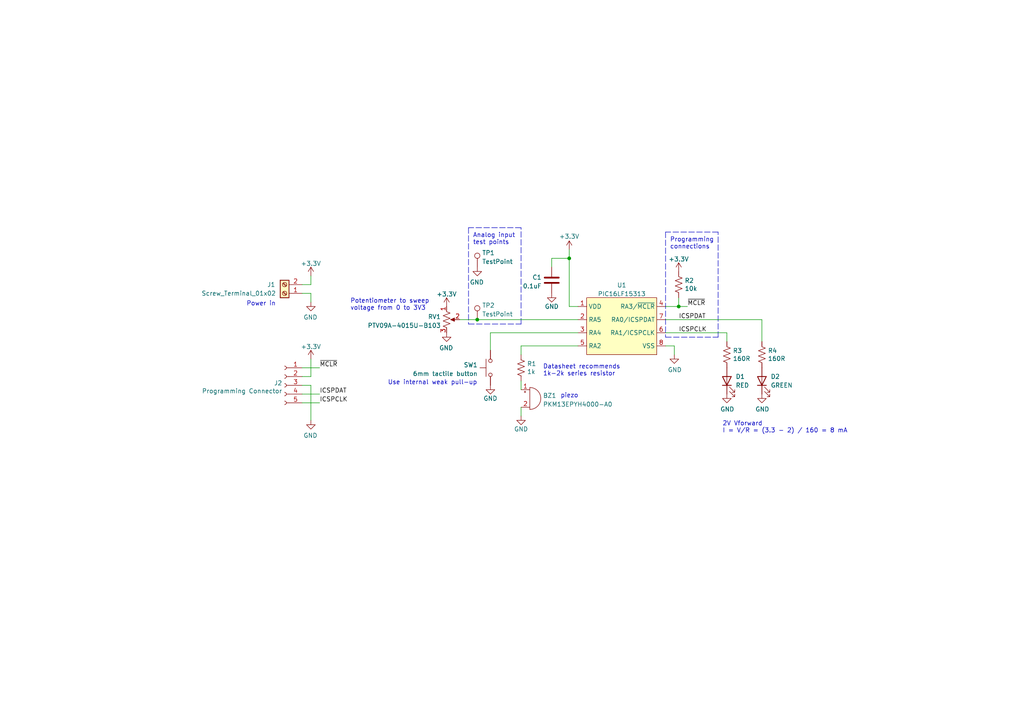
<source format=kicad_sch>
(kicad_sch (version 20211123) (generator eeschema)
  (paper "A4")
  (lib_symbols
    (symbol "Connector:Conn_01x05_Female" (pin_names (offset 1.016) hide)
      (property "Reference" "J" (at 0 7.62 0))
      (property "Value" "Conn_01x05_Female" (at 0 -7.62 0))
      (symbol "Conn_01x05_Female_1_1"
        (arc (start 0 -4.572) (mid -0.508 -5.08) (end 0 -5.588) (stroke (width 0.1524)))
        (arc (start 0 -2.032) (mid -0.508 -2.54) (end 0 -3.048) (stroke (width 0.1524)))
        (polyline (pts (xy -1.27 -5.08) (xy -0.508 -5.08)) (stroke (width 0.1524)))
        (polyline (pts (xy -1.27 -2.54) (xy -0.508 -2.54)) (stroke (width 0.1524)))
        (polyline (pts (xy -1.27 0) (xy -0.508 0)) (stroke (width 0.1524)))
        (polyline (pts (xy -1.27 2.54) (xy -0.508 2.54)) (stroke (width 0.1524)))
        (polyline (pts (xy -1.27 5.08) (xy -0.508 5.08)) (stroke (width 0.1524)))
        (arc (start 0 0.508) (mid -0.508 0) (end 0 -0.508) (stroke (width 0.1524)))
        (arc (start 0 3.048) (mid -0.508 2.54) (end 0 2.032) (stroke (width 0.1524)))
        (arc (start 0 5.588) (mid -0.508 5.08) (end 0 4.572) (stroke (width 0.1524)))
        (pin passive line (at -5.08 5.08 0) (length 3.81) (name "Pin_1") (number "1"))
        (pin passive line (at -5.08 2.54 0) (length 3.81) (name "Pin_2") (number "2"))
        (pin passive line (at -5.08 0 0) (length 3.81) (name "Pin_3") (number "3"))
        (pin passive line (at -5.08 -2.54 0) (length 3.81) (name "Pin_4") (number "4"))
        (pin passive line (at -5.08 -5.08 0) (length 3.81) (name "Pin_5") (number "5"))
      )
    )
    (symbol "Connector:Screw_Terminal_01x02" (pin_names (offset 1.016) hide)
      (property "Reference" "J" (at 0 2.54 0))
      (property "Value" "Screw_Terminal_01x02" (at 0 -5.08 0))
      (symbol "Screw_Terminal_01x02_1_1"
        (rectangle (start -1.27 1.27) (end 1.27 -3.81) (stroke (width 0.254)) (fill (type background)))
        (circle (center 0 -2.54) (radius 0.635) (stroke (width 0.1524)))
        (polyline (pts (xy -0.5334 -2.2098) (xy 0.3302 -3.048)) (stroke (width 0.1524)))
        (polyline (pts (xy -0.5334 0.3302) (xy 0.3302 -0.508)) (stroke (width 0.1524)))
        (polyline (pts (xy -0.3556 -2.032) (xy 0.508 -2.8702)) (stroke (width 0.1524)))
        (polyline (pts (xy -0.3556 0.508) (xy 0.508 -0.3302)) (stroke (width 0.1524)))
        (circle (center 0 0) (radius 0.635) (stroke (width 0.1524)))
        (pin passive line (at -5.08 0 0) (length 3.81) (name "Pin_1") (number "1"))
        (pin passive line (at -5.08 -2.54 0) (length 3.81) (name "Pin_2") (number "2"))
      )
    )
    (symbol "Connector:TestPoint" (pin_numbers hide) (pin_names (offset 0.762) hide)
      (property "Reference" "TP" (at 0 6.858 0))
      (property "Value" "TestPoint" (at 0 5.08 0))
      (symbol "TestPoint_0_1"
        (circle (center 0 3.302) (radius 0.762))
      )
      (symbol "TestPoint_1_1"
        (pin passive line (at 0 0 90) (length 2.54) (name "1") (number "1"))
      )
    )
    (symbol "Device:Buzzer" (pin_names (offset 0.0254) hide)
      (property "Reference" "BZ" (at 3.81 1.27 0))
      (property "Value" "Buzzer" (at 3.81 -1.27 0))
      (symbol "Buzzer_0_1"
        (arc (start 0 -3.175) (mid 3.175 0) (end 0 3.175))
        (polyline (pts (xy -1.651 1.905) (xy -1.143 1.905)))
        (polyline (pts (xy -1.397 2.159) (xy -1.397 1.651)))
        (polyline (pts (xy 0 3.175) (xy 0 -3.175)))
      )
      (symbol "Buzzer_1_1"
        (pin passive line (at -2.54 2.54 0) (length 2.54) (name "-") (number "1"))
        (pin passive line (at -2.54 -2.54 0) (length 2.54) (name "+") (number "2"))
      )
    )
    (symbol "Device:C" (pin_numbers hide) (pin_names (offset 0.254))
      (property "Reference" "C" (at 0.635 2.54 0))
      (property "Value" "C" (at 0.635 -2.54 0))
      (symbol "C_0_1"
        (polyline (pts (xy -2.032 -0.762) (xy 2.032 -0.762)) (stroke (width 0.508)))
        (polyline (pts (xy -2.032 0.762) (xy 2.032 0.762)) (stroke (width 0.508)))
      )
      (symbol "C_1_1"
        (pin passive line (at 0 3.81 270) (length 2.794) (name "~") (number "1"))
        (pin passive line (at 0 -3.81 90) (length 2.794) (name "~") (number "2"))
      )
    )
    (symbol "Device:LED" (pin_numbers hide) (pin_names (offset 1.016) hide)
      (property "Reference" "D" (at 0 2.54 0))
      (property "Value" "LED" (at 0 -2.54 0))
      (symbol "LED_0_1"
        (polyline (pts (xy -1.27 -1.27) (xy -1.27 1.27)) (stroke (width 0.254)))
        (polyline (pts (xy -1.27 0) (xy 1.27 0)))
        (polyline (pts (xy 1.27 -1.27) (xy 1.27 1.27) (xy -1.27 0) (xy 1.27 -1.27)) (stroke (width 0.254)))
        (polyline (pts (xy -3.048 -0.762) (xy -4.572 -2.286) (xy -3.81 -2.286) (xy -4.572 -2.286) (xy -4.572 -1.524)))
        (polyline (pts (xy -1.778 -0.762) (xy -3.302 -2.286) (xy -2.54 -2.286) (xy -3.302 -2.286) (xy -3.302 -1.524)))
      )
      (symbol "LED_1_1"
        (pin passive line (at -3.81 0 0) (length 2.54) (name "K") (number "1"))
        (pin passive line (at 3.81 0 180) (length 2.54) (name "A") (number "2"))
      )
    )
    (symbol "Device:R_Potentiometer_US" (pin_names (offset 1.016) hide)
      (property "Reference" "RV" (at -4.445 0 90))
      (property "Value" "R_Potentiometer_US" (at -2.54 0 90))
      (symbol "R_Potentiometer_US_0_1"
        (polyline (pts (xy 0 -2.286) (xy 0 -2.54)))
        (polyline (pts (xy 0 2.54) (xy 0 2.286)))
        (polyline (pts (xy 2.54 0) (xy 1.524 0)))
        (polyline (pts (xy 1.143 0) (xy 2.286 0.508) (xy 2.286 -0.508) (xy 1.143 0)) (fill (type outline)))
        (polyline (pts (xy 0 -0.762) (xy 1.016 -1.143) (xy 0 -1.524) (xy -1.016 -1.905) (xy 0 -2.286)))
        (polyline (pts (xy 0 0.762) (xy 1.016 0.381) (xy 0 0) (xy -1.016 -0.381) (xy 0 -0.762)))
        (polyline (pts (xy 0 2.286) (xy 1.016 1.905) (xy 0 1.524) (xy -1.016 1.143) (xy 0 0.762)))
      )
      (symbol "R_Potentiometer_US_1_1"
        (pin passive line (at 0 3.81 270) (length 1.27) (name "1") (number "1"))
        (pin passive line (at 3.81 0 180) (length 1.27) (name "2") (number "2"))
        (pin passive line (at 0 -3.81 90) (length 1.27) (name "3") (number "3"))
      )
    )
    (symbol "Device:R_US" (pin_numbers hide) (pin_names (offset 0))
      (property "Reference" "R" (at 2.54 0 90))
      (property "Value" "R_US" (at -2.54 0 90))
      (symbol "R_US_0_1"
        (polyline (pts (xy 0 -2.286) (xy 0 -2.54)))
        (polyline (pts (xy 0 2.286) (xy 0 2.54)))
        (polyline (pts (xy 0 -0.762) (xy 1.016 -1.143) (xy 0 -1.524) (xy -1.016 -1.905) (xy 0 -2.286)))
        (polyline (pts (xy 0 0.762) (xy 1.016 0.381) (xy 0 0) (xy -1.016 -0.381) (xy 0 -0.762)))
        (polyline (pts (xy 0 2.286) (xy 1.016 1.905) (xy 0 1.524) (xy -1.016 1.143) (xy 0 0.762)))
      )
      (symbol "R_US_1_1"
        (pin passive line (at 0 3.81 270) (length 1.27) (name "~") (number "1"))
        (pin passive line (at 0 -3.81 90) (length 1.27) (name "~") (number "2"))
      )
    )
    (symbol "Switch:SW_Push" (pin_numbers hide) (pin_names (offset 1.016) hide)
      (property "Reference" "SW" (at 1.27 2.54 0))
      (property "Value" "SW_Push" (at 0 -1.524 0))
      (symbol "SW_Push_0_1"
        (circle (center -2.032 0) (radius 0.508))
        (polyline (pts (xy 0 1.27) (xy 0 3.048)))
        (polyline (pts (xy 2.54 1.27) (xy -2.54 1.27)))
        (circle (center 2.032 0) (radius 0.508))
        (pin passive line (at -5.08 0 0) (length 2.54) (name "1") (number "1"))
        (pin passive line (at 5.08 0 180) (length 2.54) (name "2") (number "2"))
      )
    )
    (symbol "Tutorial Symbols:PIC16LF15313"
      (property "Reference" "U" (at 0 12.7 0))
      (property "Value" "PIC16LF15313" (at 0 10.16 0))
      (symbol "PIC16LF15313_0_1"
        (rectangle (start -10.16 8.89) (end 10.16 -7.62) (stroke (width 0.1524)) (fill (type background)))
      )
      (symbol "PIC16LF15313_1_1"
        (pin power_in line (at -12.7 6.35 0) (length 2.54) (name "VDD") (number "1"))
        (pin tri_state line (at -12.7 2.54 0) (length 2.54) (name "RA5") (number "2"))
        (pin tri_state line (at -12.7 -1.27 0) (length 2.54) (name "RA4") (number "3"))
        (pin tri_state line (at 12.7 6.35 180) (length 2.54) (name "RA3/~{MCLR}") (number "4"))
        (pin tri_state line (at -12.7 -5.08 0) (length 2.54) (name "RA2") (number "5"))
        (pin tri_state line (at 12.7 -1.27 180) (length 2.54) (name "RA1/ICSPCLK") (number "6"))
        (pin tri_state line (at 12.7 2.54 180) (length 2.54) (name "RA0/ICSPDAT") (number "7"))
        (pin power_in line (at 12.7 -5.08 180) (length 2.54) (name "VSS") (number "8"))
      )
    )
    (symbol "power:+3.3V" (power) (pin_names (offset 0))
      (property "Value" "+3.3V" (at 0 3.556 0))
      (symbol "+3.3V_0_1"
        (polyline (pts (xy -0.762 1.27) (xy 0 2.54)))
        (polyline (pts (xy 0 0) (xy 0 2.54)))
        (polyline (pts (xy 0 2.54) (xy 0.762 1.27)))
      )
      (symbol "+3.3V_1_1"
        (pin power_in line (at 0 0 90) (length 0) hide (name "+3.3V") (number "1"))
      )
    )
    (symbol "power:GND" (power) (pin_names (offset 0))
      (property "Value" "GND" (at 0 -3.81 0))
      (symbol "GND_0_1"
        (polyline (pts (xy 0 0) (xy 0 -1.27) (xy 1.27 -1.27) (xy 0 -2.54) (xy -1.27 -1.27) (xy 0 -1.27)))
      )
      (symbol "GND_1_1"
        (pin power_in line (at 0 0 270) (length 0) hide (name "GND") (number "1"))
      )
    )
  )
  (junction (at 196.85 88.9))
  (junction (at 138.43 92.71))
  (junction (at 165.1 74.93))
  (polyline (pts (xy 151.13 66.04) (xy 135.89 66.04)))
  (wire (pts (xy 87.63 111.76) (xy 90.17 111.76)))
  (wire (pts (xy 210.82 96.52) (xy 210.82 99.06)))
  (wire (pts (xy 87.63 114.3) (xy 92.71 114.3)))
  (wire (pts (xy 193.04 92.71) (xy 220.98 92.71)))
  (wire (pts (xy 167.64 88.9) (xy 165.1 88.9)))
  (wire (pts (xy 220.98 92.71) (xy 220.98 99.06)))
  (wire (pts (xy 195.58 100.33) (xy 195.58 102.87)))
  (wire (pts (xy 90.17 82.55) (xy 90.17 80.01)))
  (wire (pts (xy 160.02 74.93) (xy 165.1 74.93)))
  (wire (pts (xy 165.1 72.39) (xy 165.1 74.93)))
  (wire (pts (xy 133.35 92.71) (xy 138.43 92.71)))
  (polyline (pts (xy 208.28 97.79) (xy 208.28 67.31)))
  (wire (pts (xy 196.85 88.9) (xy 199.39 88.9)))
  (polyline (pts (xy 151.13 93.98) (xy 151.13 66.04)))
  (wire (pts (xy 87.63 106.68) (xy 92.71 106.68)))
  (wire (pts (xy 160.02 74.93) (xy 160.02 77.47)))
  (wire (pts (xy 90.17 111.76) (xy 90.17 121.92)))
  (wire (pts (xy 151.13 110.49) (xy 151.13 113.03)))
  (wire (pts (xy 151.13 100.33) (xy 151.13 102.87)))
  (wire (pts (xy 87.63 82.55) (xy 90.17 82.55)))
  (wire (pts (xy 87.63 109.22) (xy 90.17 109.22)))
  (wire (pts (xy 196.85 86.36) (xy 196.85 88.9)))
  (wire (pts (xy 87.63 116.84) (xy 92.71 116.84)))
  (wire (pts (xy 87.63 85.09) (xy 90.17 85.09)))
  (wire (pts (xy 90.17 85.09) (xy 90.17 87.63)))
  (wire (pts (xy 142.24 101.6) (xy 142.24 96.52)))
  (wire (pts (xy 142.24 96.52) (xy 167.64 96.52)))
  (wire (pts (xy 193.04 88.9) (xy 196.85 88.9)))
  (polyline (pts (xy 208.28 67.31) (xy 193.04 67.31)))
  (wire (pts (xy 138.43 92.71) (xy 167.64 92.71)))
  (wire (pts (xy 193.04 100.33) (xy 195.58 100.33)))
  (wire (pts (xy 193.04 96.52) (xy 210.82 96.52)))
  (polyline (pts (xy 193.04 67.31) (xy 193.04 97.79)))
  (polyline (pts (xy 135.89 93.98) (xy 151.13 93.98)))
  (polyline (pts (xy 193.04 97.79) (xy 208.28 97.79)))
  (wire (pts (xy 90.17 109.22) (xy 90.17 104.14)))
  (wire (pts (xy 151.13 120.65) (xy 151.13 118.11)))
  (wire (pts (xy 165.1 74.93) (xy 165.1 88.9)))
  (polyline (pts (xy 135.89 66.04) (xy 135.89 93.98)))
  (wire (pts (xy 167.64 100.33) (xy 151.13 100.33)))
  (text "Power in" (at 80.01 88.9 180) (effects (font (size 1.27 1.27)) (justify right bottom)))
  (text "Programming\nconnections" (at 194.31 72.39 0) (effects (font (size 1.27 1.27)) (justify left bottom)))
  (text "2V Vforward\nI = V/R = (3.3 - 2) / 160 = 8 mA" (at 209.55 125.73 0) (effects (font (size 1.27 1.27)) (justify left bottom)))
  (text "Potentiometer to sweep\nvoltage from 0 to 3V3" (at 101.6 90.17 0) (effects (font (size 1.27 1.27)) (justify left bottom)))
  (text "piezo" (at 162.56 115.57 0) (effects (font (size 1.27 1.27)) (justify left bottom)))
  (text "Datasheet recommends\n1k-2k series resistor" (at 157.48 109.22 0) (effects (font (size 1.27 1.27)) (justify left bottom)))
  (text "Use internal weak pull-up" (at 138.43 111.76 180) (effects (font (size 1.27 1.27)) (justify right bottom)))
  (text "Analog input\ntest points" (at 137.16 71.12 0) (effects (font (size 1.27 1.27)) (justify left bottom)))
  (label "~{MCLR}" (at 199.39 88.9 0))
  (label "~{MCLR}" (at 92.71 106.68 0))
  (label "ICSPDAT" (at 92.71 114.3 0))
  (label "ICSPDAT" (at 196.85 92.71 0))
  (label "ICSPCLK" (at 92.71 116.84 0))
  (label "ICSPCLK" (at 196.85 96.52 0))
  (symbol (lib_id "Device:R_US") (at 210.82 102.87 0) (unit 1)
    (property "Reference" "R3" (at 212.5472 101.7016 0) (effects (justify left)))
    (property "Value" "160R" (at 212.5472 104.013 0) (effects (justify left)))
    (property "Footprint" "Resistor_SMD:R_0805_2012Metric_Pad1.20x1.40mm_HandSolder" (effects hide))
  )
  (symbol (lib_id "power:GND") (at 210.82 114.3 0) (unit 1)
    (property "Reference" "#PWR014" (effects hide))
    (property "Value" "GND" (at 210.947 118.6942 0))
  )
  (symbol (lib_id "power:+3.3V") (at 196.85 78.74 0) (unit 1)
    (property "Reference" "#PWR013" (effects hide))
    (property "Value" "+3.3V" (at 196.85 75.1642 0))
  )
  (symbol (lib_id "Switch:SW_Push") (at 142.24 106.68 90) (mirror x) (unit 1)
    (property "Reference" "SW1" (at 138.557 105.8453 90) (effects (justify left)))
    (property "Value" "6mm tactile button" (at 138.557 108.3822 90) (effects (justify left)))
    (property "Footprint" "Button_Switch_THT:SW_PUSH_6mm" (effects hide))
  )
  (symbol (lib_id "Connector:TestPoint") (at 138.43 92.71 0) (unit 1)
    (property "Reference" "TP2" (at 139.827 88.5733 0) (effects (justify left)))
    (property "Value" "TestPoint" (at 139.827 91.1102 0) (effects (justify left)))
    (property "Footprint" "TestPoint:TestPoint_THTPad_2.0x2.0mm_Drill1.0mm" (effects hide))
  )
  (symbol (lib_id "Device:R_US") (at 220.98 102.87 0) (unit 1)
    (property "Reference" "R4" (at 222.7072 101.7016 0) (effects (justify left)))
    (property "Value" "160R" (at 222.7072 104.013 0) (effects (justify left)))
    (property "Footprint" "Resistor_SMD:R_0805_2012Metric_Pad1.20x1.40mm_HandSolder" (effects hide))
  )
  (symbol (lib_id "power:GND") (at 129.54 96.52 0) (mirror y) (unit 1)
    (property "Reference" "#PWR06" (effects hide))
    (property "Value" "GND" (at 129.413 100.9142 0))
  )
  (symbol (lib_id "Device:C") (at 160.02 81.28 0) (mirror x) (unit 1)
    (property "Reference" "C1" (at 157.099 80.4453 0) (effects (justify right)))
    (property "Value" "0.1uF" (at 157.099 82.9822 0) (effects (justify right)))
    (property "Footprint" "Capacitor_SMD:C_0805_2012Metric_Pad1.18x1.45mm_HandSolder" (effects hide))
  )
  (symbol (lib_id "Device:R_US") (at 196.85 82.55 0) (unit 1)
    (property "Reference" "R2" (at 198.5772 81.3816 0) (effects (justify left)))
    (property "Value" "10k" (at 198.5772 83.693 0) (effects (justify left)))
    (property "Footprint" "Resistor_SMD:R_0805_2012Metric_Pad1.20x1.40mm_HandSolder" (effects hide))
  )
  (symbol (lib_id "power:+3.3V") (at 90.17 80.01 0) (mirror y) (unit 1)
    (property "Reference" "#PWR01" (effects hide))
    (property "Value" "+3.3V" (at 90.17 76.4342 0))
  )
  (symbol (lib_id "Device:Buzzer") (at 153.67 115.57 0) (unit 1)
    (property "Reference" "BZ1" (at 157.48 114.7353 0) (effects (justify left)))
    (property "Value" "PKM13EPYH4000-A0" (at 157.48 117.2722 0) (effects (justify left)))
    (property "Footprint" "Capacitor_THT:C_Radial_D12.5mm_H25.0mm_P5.00mm" (effects hide))
  )
  (symbol (lib_id "Connector:Screw_Terminal_01x02") (at 82.55 85.09 180) (unit 1)
    (property "Reference" "J1" (at 77.47 82.55 0) (effects (justify right)))
    (property "Value" "Screw_Terminal_01x02" (at 58.42 85.09 0) (effects (justify right)))
    (property "Footprint" "TerminalBlock_Phoenix:TerminalBlock_Phoenix_PT-1,5-2-5.0-H_1x02_P5.00mm_Horizontal" (effects hide))
  )
  (symbol (lib_id "power:+3.3V") (at 165.1 72.39 0) (unit 1)
    (property "Reference" "#PWR011" (effects hide))
    (property "Value" "+3.3V" (at 165.1 68.58 0))
  )
  (symbol (lib_id "power:GND") (at 220.98 114.3 0) (unit 1)
    (property "Reference" "#PWR015" (effects hide))
    (property "Value" "GND" (at 221.107 118.6942 0))
  )
  (symbol (lib_id "power:GND") (at 138.43 77.47 0) (mirror y) (unit 1)
    (property "Reference" "#PWR07" (effects hide))
    (property "Value" "GND" (at 138.303 81.8642 0))
  )
  (symbol (lib_id "power:GND") (at 195.58 102.87 0) (unit 1)
    (property "Reference" "#PWR012" (effects hide))
    (property "Value" "GND" (at 195.707 107.2642 0))
  )
  (symbol (lib_id "power:+3.3V") (at 90.17 104.14 0) (unit 1)
    (property "Reference" "#PWR03" (effects hide))
    (property "Value" "+3.3V" (at 90.17 100.5642 0))
  )
  (symbol (lib_id "power:GND") (at 90.17 87.63 0) (mirror y) (unit 1)
    (property "Reference" "#PWR02" (effects hide))
    (property "Value" "GND" (at 90.043 92.0242 0))
  )
  (symbol (lib_id "power:GND") (at 160.02 85.09 0) (unit 1)
    (property "Reference" "#PWR010" (effects hide))
    (property "Value" "GND" (at 160.02 88.9 0))
  )
  (symbol (lib_id "Tutorial Symbols:PIC16LF15313") (at 180.34 95.25 0) (unit 1)
    (property "Reference" "U1" (at 180.34 82.711 0))
    (property "Value" "PIC16LF15313" (at 180.34 85.2479 0))
    (property "Footprint" "Package_SO:SOIC-8_3.9x4.9mm_P1.27mm" (effects hide))
  )
  (symbol (lib_id "Connector:TestPoint") (at 138.43 77.47 0) (unit 1)
    (property "Reference" "TP1" (at 139.827 73.3333 0) (effects (justify left)))
    (property "Value" "TestPoint" (at 139.827 75.8702 0) (effects (justify left)))
    (property "Footprint" "TestPoint:TestPoint_THTPad_2.0x2.0mm_Drill1.0mm" (effects hide))
  )
  (symbol (lib_id "Device:LED") (at 210.82 110.49 90) (unit 1)
    (property "Reference" "D1" (at 213.36 109.22 90) (effects (justify right)))
    (property "Value" "RED" (at 213.36 111.76 90) (effects (justify right)))
    (property "Footprint" "LED_SMD:LED_1206_3216Metric_Pad1.42x1.75mm_HandSolder" (effects hide))
  )
  (symbol (lib_id "Device:R_US") (at 151.13 106.68 0) (unit 1)
    (property "Reference" "R1" (at 152.8572 105.5116 0) (effects (justify left)))
    (property "Value" "1k" (at 152.8572 107.823 0) (effects (justify left)))
    (property "Footprint" "Resistor_SMD:R_0805_2012Metric_Pad1.20x1.40mm_HandSolder" (effects hide))
  )
  (symbol (lib_id "Device:LED") (at 220.98 110.49 90) (unit 1)
    (property "Reference" "D2" (at 223.52 109.22 90) (effects (justify right)))
    (property "Value" "GREEN" (at 223.52 111.76 90) (effects (justify right)))
    (property "Footprint" "LED_SMD:LED_1206_3216Metric_Pad1.42x1.75mm_HandSolder" (effects hide))
  )
  (symbol (lib_id "power:GND") (at 90.17 121.92 0) (mirror y) (unit 1)
    (property "Reference" "#PWR04" (effects hide))
    (property "Value" "GND" (at 90.043 126.3142 0))
  )
  (symbol (lib_id "Connector:Conn_01x05_Female") (at 82.55 111.76 0) (mirror y) (unit 1)
    (property "Reference" "J2" (at 81.8642 111.0996 0) (effects (justify left)))
    (property "Value" "Programming Connector" (at 81.8642 113.411 0) (effects (justify left)))
    (property "Footprint" "Tutorial_Footprints:PinHeader_5x2.54_SMD_90deg_952-3198-1-ND" (effects hide))
  )
  (symbol (lib_id "power:+3.3V") (at 129.54 88.9 0) (mirror y) (unit 1)
    (property "Reference" "#PWR05" (effects hide))
    (property "Value" "+3.3V" (at 129.54 85.3242 0))
  )
  (symbol (lib_id "power:GND") (at 151.13 120.65 0) (mirror y) (unit 1)
    (property "Reference" "#PWR09" (effects hide))
    (property "Value" "GND" (at 151.13 124.46 0))
  )
  (symbol (lib_id "Device:R_Potentiometer_US") (at 129.54 92.71 0) (unit 1)
    (property "Reference" "RV1" (at 127.8891 91.8753 0) (effects (justify right)))
    (property "Value" "PTV09A-4015U-B103" (at 127.8891 94.4122 0) (effects (justify right)))
    (property "Footprint" "Potentiometer_THT:Potentiometer_Bourns_PTV09A-1_Single_Vertical" (effects hide))
  )
  (symbol (lib_id "power:GND") (at 142.24 111.76 0) (unit 1)
    (property "Reference" "#PWR08" (effects hide))
    (property "Value" "GND" (at 142.24 115.57 0))
  )
)
</source>
